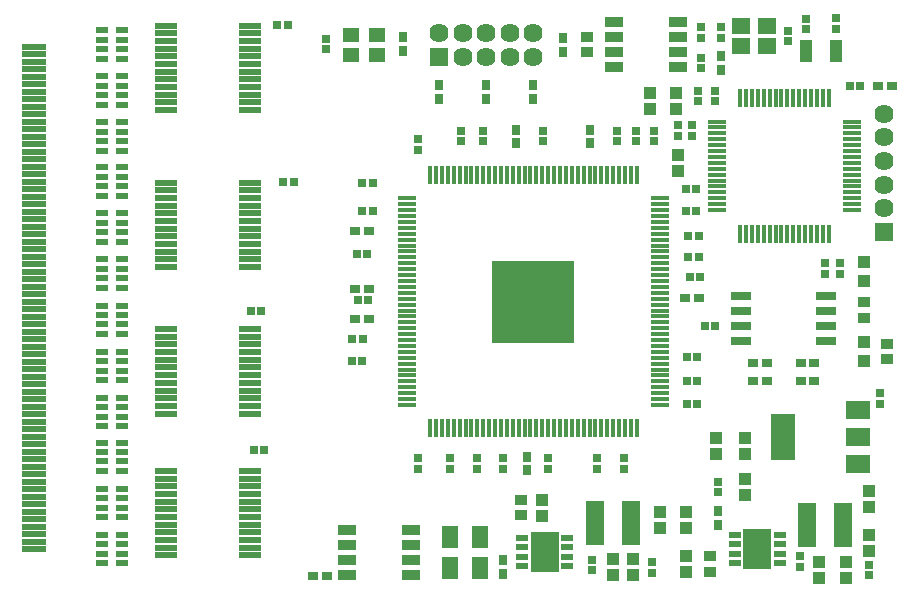
<source format=gts>
G04*
G04 #@! TF.GenerationSoftware,Altium Limited,Altium Designer,21.6.4 (81)*
G04*
G04 Layer_Color=8388736*
%FSLAX44Y44*%
%MOMM*%
G71*
G04*
G04 #@! TF.SameCoordinates,6F4435E8-1246-4E1E-919F-4622FBB0EAFB*
G04*
G04*
G04 #@! TF.FilePolarity,Negative*
G04*
G01*
G75*
%ADD41R,6.9700X6.9700*%
%ADD42R,0.4000X1.5750*%
%ADD43R,1.5750X0.4000*%
%ADD44R,1.1200X1.0200*%
%ADD45R,0.8700X0.7200*%
%ADD46R,1.7700X0.7700*%
%ADD47R,0.7600X0.7200*%
%ADD48R,1.6450X0.8200*%
%ADD49R,0.7200X0.7600*%
%ADD50R,2.1200X1.6200*%
%ADD51R,2.1200X3.9200*%
%ADD52R,0.7200X0.8700*%
%ADD53R,1.6200X3.7200*%
%ADD54R,1.0700X0.4700*%
%ADD55R,2.4200X3.3500*%
%ADD56R,1.0700X0.9700*%
%ADD57R,1.3500X1.9200*%
%ADD58R,1.0200X0.5700*%
%ADD59R,1.9200X0.5700*%
%ADD60R,1.1200X1.9200*%
%ADD61R,1.0700X1.0200*%
%ADD62R,2.1200X0.5000*%
%ADD63R,1.4200X1.2200*%
%ADD64R,1.5200X1.3200*%
%ADD65C,1.6200*%
%ADD66R,1.6200X1.6200*%
D41*
X635500Y467000D02*
D03*
D42*
X723000Y574380D02*
D03*
X718000D02*
D03*
X713000D02*
D03*
X708000D02*
D03*
X703000D02*
D03*
X698000D02*
D03*
X693000D02*
D03*
X683000D02*
D03*
X678000D02*
D03*
X673000D02*
D03*
X653000D02*
D03*
X648000D02*
D03*
X643000D02*
D03*
X688000D02*
D03*
X633000D02*
D03*
X638000D02*
D03*
X623000D02*
D03*
X628000D02*
D03*
X618000D02*
D03*
X613000D02*
D03*
X608000D02*
D03*
X668000D02*
D03*
X663000D02*
D03*
X658000D02*
D03*
X603000D02*
D03*
X598000D02*
D03*
X593000D02*
D03*
X588000D02*
D03*
X583000D02*
D03*
X578000D02*
D03*
X573000D02*
D03*
X568000D02*
D03*
X563000D02*
D03*
X558000D02*
D03*
X553000D02*
D03*
X548000D02*
D03*
X723000Y359620D02*
D03*
X718000D02*
D03*
X713000D02*
D03*
X708000D02*
D03*
X703000D02*
D03*
X698000D02*
D03*
X693000D02*
D03*
X688000D02*
D03*
X683000D02*
D03*
X678000D02*
D03*
X673000D02*
D03*
X668000D02*
D03*
X663000D02*
D03*
X658000D02*
D03*
X653000D02*
D03*
X648000D02*
D03*
X638000D02*
D03*
X643000D02*
D03*
X633000D02*
D03*
X628000D02*
D03*
X623000D02*
D03*
X618000D02*
D03*
X613000D02*
D03*
X608000D02*
D03*
X603000D02*
D03*
X598000D02*
D03*
X593000D02*
D03*
X588000D02*
D03*
X583000D02*
D03*
X578000D02*
D03*
X573000D02*
D03*
X568000D02*
D03*
X563000D02*
D03*
X558000D02*
D03*
X553000D02*
D03*
X548000D02*
D03*
X885500Y524620D02*
D03*
X880500D02*
D03*
X875500D02*
D03*
X870500D02*
D03*
X865500D02*
D03*
X860500D02*
D03*
X855500D02*
D03*
X850500D02*
D03*
X845500D02*
D03*
X840500D02*
D03*
X835500D02*
D03*
X830500D02*
D03*
X825500D02*
D03*
X820500D02*
D03*
X815500D02*
D03*
X810500D02*
D03*
Y639380D02*
D03*
X815500D02*
D03*
X820500D02*
D03*
X825500D02*
D03*
X830500D02*
D03*
X835500D02*
D03*
X840500D02*
D03*
X845500D02*
D03*
X850500D02*
D03*
X855500D02*
D03*
X860500D02*
D03*
X865500D02*
D03*
X870500D02*
D03*
X875500D02*
D03*
X880500D02*
D03*
X885500D02*
D03*
D43*
X528120Y379500D02*
D03*
Y384500D02*
D03*
Y389500D02*
D03*
Y394500D02*
D03*
Y399500D02*
D03*
Y404500D02*
D03*
Y409500D02*
D03*
Y414500D02*
D03*
Y419500D02*
D03*
Y424500D02*
D03*
Y429500D02*
D03*
Y434500D02*
D03*
Y439500D02*
D03*
Y444500D02*
D03*
Y449500D02*
D03*
Y454500D02*
D03*
Y459500D02*
D03*
Y464500D02*
D03*
Y469500D02*
D03*
Y474500D02*
D03*
Y479500D02*
D03*
Y484500D02*
D03*
Y489500D02*
D03*
Y494500D02*
D03*
Y499500D02*
D03*
Y504500D02*
D03*
Y509500D02*
D03*
Y514500D02*
D03*
Y519500D02*
D03*
Y524500D02*
D03*
Y529500D02*
D03*
Y534500D02*
D03*
Y539500D02*
D03*
Y544500D02*
D03*
Y549500D02*
D03*
Y554500D02*
D03*
X742880Y379500D02*
D03*
Y384500D02*
D03*
Y389500D02*
D03*
Y394500D02*
D03*
Y399500D02*
D03*
Y404500D02*
D03*
Y409500D02*
D03*
Y414500D02*
D03*
Y419500D02*
D03*
Y424500D02*
D03*
Y429500D02*
D03*
Y434500D02*
D03*
Y439500D02*
D03*
Y444500D02*
D03*
Y449500D02*
D03*
Y479500D02*
D03*
Y454500D02*
D03*
Y524500D02*
D03*
Y459500D02*
D03*
Y464500D02*
D03*
Y489500D02*
D03*
Y534500D02*
D03*
Y469500D02*
D03*
Y474500D02*
D03*
Y529500D02*
D03*
Y484500D02*
D03*
Y539500D02*
D03*
Y494500D02*
D03*
Y499500D02*
D03*
Y504500D02*
D03*
Y509500D02*
D03*
Y514500D02*
D03*
Y519500D02*
D03*
Y544500D02*
D03*
Y549500D02*
D03*
Y554500D02*
D03*
X790620Y599500D02*
D03*
Y589500D02*
D03*
Y594500D02*
D03*
Y604500D02*
D03*
X905380Y619500D02*
D03*
Y614500D02*
D03*
Y609500D02*
D03*
Y604500D02*
D03*
Y599500D02*
D03*
Y594500D02*
D03*
Y589500D02*
D03*
Y584500D02*
D03*
Y579500D02*
D03*
Y574500D02*
D03*
Y569500D02*
D03*
Y564500D02*
D03*
Y559500D02*
D03*
Y554500D02*
D03*
Y549500D02*
D03*
Y544500D02*
D03*
X790620D02*
D03*
Y549500D02*
D03*
Y554500D02*
D03*
Y559500D02*
D03*
Y564500D02*
D03*
Y569500D02*
D03*
Y574500D02*
D03*
Y579500D02*
D03*
Y584500D02*
D03*
Y609500D02*
D03*
Y614500D02*
D03*
Y619500D02*
D03*
D44*
X756000Y643750D02*
D03*
Y630250D02*
D03*
X877500Y246750D02*
D03*
Y233250D02*
D03*
X900000Y246750D02*
D03*
Y233250D02*
D03*
X720000Y249250D02*
D03*
Y235750D02*
D03*
X702500Y249250D02*
D03*
Y235750D02*
D03*
X642500Y299250D02*
D03*
Y285750D02*
D03*
X790000Y338250D02*
D03*
Y351750D02*
D03*
X765000Y238250D02*
D03*
Y251750D02*
D03*
X758000Y577250D02*
D03*
Y590750D02*
D03*
X734000Y630250D02*
D03*
Y643750D02*
D03*
X765000Y288750D02*
D03*
Y275250D02*
D03*
X742500Y289250D02*
D03*
Y275750D02*
D03*
X815000Y338250D02*
D03*
Y351750D02*
D03*
X920000Y255750D02*
D03*
Y269250D02*
D03*
Y306750D02*
D03*
Y293250D02*
D03*
X815000Y303250D02*
D03*
Y316750D02*
D03*
D45*
X821750Y415000D02*
D03*
X833250D02*
D03*
X873250D02*
D03*
X861750D02*
D03*
X873250Y400000D02*
D03*
X861750D02*
D03*
X821750D02*
D03*
X833250D02*
D03*
X764250Y470000D02*
D03*
X775750D02*
D03*
X460750Y235000D02*
D03*
X449250D02*
D03*
X927250Y650000D02*
D03*
X938750D02*
D03*
X484750Y478000D02*
D03*
X496250D02*
D03*
X484750Y452000D02*
D03*
X496250D02*
D03*
Y527000D02*
D03*
X484750D02*
D03*
D46*
X883500Y471550D02*
D03*
Y458850D02*
D03*
Y446150D02*
D03*
Y433450D02*
D03*
X811500D02*
D03*
Y446150D02*
D03*
Y458850D02*
D03*
Y471550D02*
D03*
D47*
X460000Y689400D02*
D03*
Y680600D02*
D03*
X929000Y389400D02*
D03*
Y380600D02*
D03*
X920000Y244400D02*
D03*
Y235600D02*
D03*
X861000Y242600D02*
D03*
Y251400D02*
D03*
X685000Y239600D02*
D03*
Y248400D02*
D03*
X736000Y246400D02*
D03*
Y237600D02*
D03*
X706000Y611400D02*
D03*
Y602600D02*
D03*
X574000Y611400D02*
D03*
Y602600D02*
D03*
X644000Y611400D02*
D03*
Y602600D02*
D03*
X794000Y690600D02*
D03*
Y699400D02*
D03*
X851000Y696400D02*
D03*
Y687600D02*
D03*
X866000Y697600D02*
D03*
Y706400D02*
D03*
X892000Y698000D02*
D03*
Y706800D02*
D03*
X882000Y499400D02*
D03*
Y490600D02*
D03*
X758000Y607600D02*
D03*
Y616400D02*
D03*
X775000Y636600D02*
D03*
Y645400D02*
D03*
X712000Y334400D02*
D03*
Y325600D02*
D03*
X565000Y334400D02*
D03*
Y325600D02*
D03*
X538000Y595600D02*
D03*
Y604400D02*
D03*
X722000Y602600D02*
D03*
Y611400D02*
D03*
X537500Y334400D02*
D03*
Y325600D02*
D03*
X738000Y602600D02*
D03*
Y611400D02*
D03*
X647500Y334400D02*
D03*
Y325600D02*
D03*
X587500Y334400D02*
D03*
Y325600D02*
D03*
X593000Y602600D02*
D03*
Y611400D02*
D03*
X689000Y334400D02*
D03*
Y325600D02*
D03*
X610000Y334400D02*
D03*
Y325600D02*
D03*
X777000Y690600D02*
D03*
Y699400D02*
D03*
X792000Y314400D02*
D03*
Y305600D02*
D03*
X770000Y607600D02*
D03*
Y616400D02*
D03*
X895000Y499400D02*
D03*
Y490600D02*
D03*
X789000Y636600D02*
D03*
Y645400D02*
D03*
X777000Y673400D02*
D03*
Y664600D02*
D03*
D48*
X477880Y274050D02*
D03*
Y261350D02*
D03*
Y248650D02*
D03*
Y235950D02*
D03*
X532120D02*
D03*
Y248650D02*
D03*
Y261350D02*
D03*
Y274050D02*
D03*
X703380Y703550D02*
D03*
Y690850D02*
D03*
Y678150D02*
D03*
Y665450D02*
D03*
X757620D02*
D03*
Y678150D02*
D03*
Y690850D02*
D03*
Y703550D02*
D03*
D49*
X490600Y544000D02*
D03*
X499400D02*
D03*
X774400Y420000D02*
D03*
X765600D02*
D03*
X775400Y523000D02*
D03*
X766600D02*
D03*
X773400Y562000D02*
D03*
X764600D02*
D03*
X789400Y446000D02*
D03*
X780600D02*
D03*
X765600Y380000D02*
D03*
X774400D02*
D03*
X499400Y567500D02*
D03*
X490600D02*
D03*
X768100Y487500D02*
D03*
X776900D02*
D03*
X490400Y417000D02*
D03*
X481600D02*
D03*
X495400Y468000D02*
D03*
X486600D02*
D03*
X494900Y507000D02*
D03*
X486100D02*
D03*
X766600Y505000D02*
D03*
X775400D02*
D03*
X765600Y400000D02*
D03*
X774400D02*
D03*
X490900Y435000D02*
D03*
X482100D02*
D03*
X773400Y544000D02*
D03*
X764600D02*
D03*
X903600Y650000D02*
D03*
X912400D02*
D03*
X407400Y341000D02*
D03*
X398600D02*
D03*
X405000Y459000D02*
D03*
X396200D02*
D03*
X423600Y568000D02*
D03*
X432400D02*
D03*
X418600Y701000D02*
D03*
X427400D02*
D03*
D50*
X910000Y329500D02*
D03*
Y352500D02*
D03*
Y375500D02*
D03*
D51*
X847000Y352500D02*
D03*
D52*
X792000Y278250D02*
D03*
Y289750D02*
D03*
X610000Y236750D02*
D03*
Y248250D02*
D03*
X794000Y663250D02*
D03*
Y674750D02*
D03*
X630000Y324250D02*
D03*
Y335750D02*
D03*
X620500Y612750D02*
D03*
Y601250D02*
D03*
X660500Y690250D02*
D03*
Y678750D02*
D03*
X635500Y650250D02*
D03*
Y638750D02*
D03*
X595500Y650250D02*
D03*
Y638750D02*
D03*
X555500D02*
D03*
Y650250D02*
D03*
X683000Y612750D02*
D03*
Y601250D02*
D03*
X525000Y690750D02*
D03*
Y679250D02*
D03*
D53*
X897750Y277500D02*
D03*
X867250D02*
D03*
X687250Y280000D02*
D03*
X717750D02*
D03*
D54*
X806000Y269500D02*
D03*
Y261500D02*
D03*
Y253500D02*
D03*
Y245500D02*
D03*
X844000D02*
D03*
Y253500D02*
D03*
Y261500D02*
D03*
Y269500D02*
D03*
X626000Y267000D02*
D03*
Y259000D02*
D03*
Y251000D02*
D03*
Y243000D02*
D03*
X664000D02*
D03*
Y251000D02*
D03*
Y259000D02*
D03*
Y267000D02*
D03*
D55*
X825000Y257500D02*
D03*
X645000Y255000D02*
D03*
D56*
X785000Y251500D02*
D03*
Y238500D02*
D03*
X625000Y299000D02*
D03*
Y286000D02*
D03*
X915000Y466500D02*
D03*
Y453500D02*
D03*
X935000Y431500D02*
D03*
Y418500D02*
D03*
X680500Y678000D02*
D03*
Y691000D02*
D03*
D57*
X565000Y241900D02*
D03*
Y268100D02*
D03*
X590000Y241900D02*
D03*
Y268100D02*
D03*
D58*
X287200Y253700D02*
D03*
Y245700D02*
D03*
Y269700D02*
D03*
Y261700D02*
D03*
X270200D02*
D03*
Y269700D02*
D03*
Y245700D02*
D03*
Y253700D02*
D03*
Y292700D02*
D03*
Y284700D02*
D03*
Y308700D02*
D03*
Y300700D02*
D03*
X287200D02*
D03*
Y308700D02*
D03*
Y284700D02*
D03*
Y292700D02*
D03*
X270200Y331700D02*
D03*
Y323700D02*
D03*
Y347700D02*
D03*
Y339700D02*
D03*
X287200D02*
D03*
Y347700D02*
D03*
Y323700D02*
D03*
Y331700D02*
D03*
X270200Y369700D02*
D03*
Y361700D02*
D03*
Y385700D02*
D03*
Y377700D02*
D03*
X287200D02*
D03*
Y385700D02*
D03*
Y361700D02*
D03*
Y369700D02*
D03*
X270200Y408700D02*
D03*
Y400700D02*
D03*
Y424700D02*
D03*
Y416700D02*
D03*
X287200D02*
D03*
Y424700D02*
D03*
Y400700D02*
D03*
Y408700D02*
D03*
X270200Y447700D02*
D03*
Y439700D02*
D03*
Y463700D02*
D03*
Y455700D02*
D03*
X287200D02*
D03*
Y463700D02*
D03*
Y439700D02*
D03*
Y447700D02*
D03*
X270200Y486700D02*
D03*
Y478700D02*
D03*
Y502700D02*
D03*
Y494700D02*
D03*
X287200D02*
D03*
Y502700D02*
D03*
Y478700D02*
D03*
Y486700D02*
D03*
X270200Y525700D02*
D03*
Y517700D02*
D03*
Y541700D02*
D03*
Y533700D02*
D03*
X287200D02*
D03*
Y541700D02*
D03*
Y517700D02*
D03*
Y525700D02*
D03*
X270200Y564700D02*
D03*
Y556700D02*
D03*
Y580700D02*
D03*
Y572700D02*
D03*
X287200D02*
D03*
Y580700D02*
D03*
Y556700D02*
D03*
Y564700D02*
D03*
X270200Y602700D02*
D03*
Y594700D02*
D03*
Y618700D02*
D03*
Y610700D02*
D03*
X287200D02*
D03*
Y618700D02*
D03*
Y594700D02*
D03*
Y602700D02*
D03*
X270200Y641700D02*
D03*
Y633700D02*
D03*
Y657700D02*
D03*
Y649700D02*
D03*
X287200D02*
D03*
Y657700D02*
D03*
Y633700D02*
D03*
Y641700D02*
D03*
X270200Y680700D02*
D03*
Y672700D02*
D03*
Y696700D02*
D03*
Y688700D02*
D03*
X287200D02*
D03*
Y696700D02*
D03*
Y672700D02*
D03*
Y680700D02*
D03*
D59*
X324500Y443750D02*
D03*
Y437250D02*
D03*
Y430750D02*
D03*
Y424250D02*
D03*
Y417750D02*
D03*
Y411250D02*
D03*
Y404750D02*
D03*
Y398250D02*
D03*
Y391750D02*
D03*
Y385250D02*
D03*
Y378750D02*
D03*
Y372250D02*
D03*
X395500D02*
D03*
Y378750D02*
D03*
Y385250D02*
D03*
Y391750D02*
D03*
Y398250D02*
D03*
Y404750D02*
D03*
Y411250D02*
D03*
Y417750D02*
D03*
Y424250D02*
D03*
Y430750D02*
D03*
Y437250D02*
D03*
Y443750D02*
D03*
Y567750D02*
D03*
Y561250D02*
D03*
Y554750D02*
D03*
Y548250D02*
D03*
Y541750D02*
D03*
Y535250D02*
D03*
Y528750D02*
D03*
Y522250D02*
D03*
Y515750D02*
D03*
Y509250D02*
D03*
Y502750D02*
D03*
Y496250D02*
D03*
X324500D02*
D03*
Y502750D02*
D03*
Y509250D02*
D03*
Y515750D02*
D03*
Y522250D02*
D03*
Y528750D02*
D03*
Y535250D02*
D03*
Y541750D02*
D03*
Y548250D02*
D03*
Y554750D02*
D03*
Y561250D02*
D03*
Y567750D02*
D03*
X395500Y700750D02*
D03*
Y694250D02*
D03*
Y687750D02*
D03*
Y681250D02*
D03*
Y674750D02*
D03*
Y668250D02*
D03*
Y661750D02*
D03*
Y655250D02*
D03*
Y648750D02*
D03*
Y642250D02*
D03*
Y635750D02*
D03*
Y629250D02*
D03*
X324500D02*
D03*
Y635750D02*
D03*
Y642250D02*
D03*
Y648750D02*
D03*
Y655250D02*
D03*
Y661750D02*
D03*
Y668250D02*
D03*
Y674750D02*
D03*
Y681250D02*
D03*
Y687750D02*
D03*
Y694250D02*
D03*
Y700750D02*
D03*
X395500Y323750D02*
D03*
Y317250D02*
D03*
Y310750D02*
D03*
Y304250D02*
D03*
Y297750D02*
D03*
Y291250D02*
D03*
Y284750D02*
D03*
Y278250D02*
D03*
Y271750D02*
D03*
Y265250D02*
D03*
Y258750D02*
D03*
Y252250D02*
D03*
X324500D02*
D03*
Y258750D02*
D03*
Y265250D02*
D03*
Y271750D02*
D03*
Y278250D02*
D03*
Y284750D02*
D03*
Y291250D02*
D03*
Y297750D02*
D03*
Y304250D02*
D03*
Y310750D02*
D03*
Y317250D02*
D03*
Y323750D02*
D03*
D60*
X866500Y679000D02*
D03*
X891500D02*
D03*
D61*
X915000Y484500D02*
D03*
Y500500D02*
D03*
Y433000D02*
D03*
Y417000D02*
D03*
D62*
X213000Y644625D02*
D03*
Y638275D02*
D03*
Y631925D02*
D03*
Y625575D02*
D03*
Y682725D02*
D03*
Y670025D02*
D03*
Y657325D02*
D03*
Y619225D02*
D03*
Y606525D02*
D03*
Y593825D02*
D03*
Y581125D02*
D03*
Y568425D02*
D03*
Y555725D02*
D03*
Y543025D02*
D03*
Y530325D02*
D03*
Y517625D02*
D03*
Y504925D02*
D03*
Y492225D02*
D03*
Y479525D02*
D03*
Y466825D02*
D03*
Y454125D02*
D03*
Y441425D02*
D03*
Y428725D02*
D03*
Y416025D02*
D03*
Y403325D02*
D03*
Y390625D02*
D03*
Y377925D02*
D03*
Y365225D02*
D03*
Y352525D02*
D03*
Y339825D02*
D03*
Y327125D02*
D03*
Y314425D02*
D03*
Y301725D02*
D03*
Y289025D02*
D03*
Y276325D02*
D03*
Y263625D02*
D03*
Y676375D02*
D03*
Y663675D02*
D03*
Y650975D02*
D03*
Y612875D02*
D03*
Y600175D02*
D03*
Y587475D02*
D03*
Y574775D02*
D03*
Y562075D02*
D03*
Y549375D02*
D03*
Y536675D02*
D03*
Y523975D02*
D03*
Y511275D02*
D03*
Y498575D02*
D03*
Y485875D02*
D03*
Y473175D02*
D03*
Y460475D02*
D03*
Y447775D02*
D03*
Y435075D02*
D03*
Y422375D02*
D03*
Y409675D02*
D03*
Y396975D02*
D03*
Y384275D02*
D03*
Y371575D02*
D03*
Y358875D02*
D03*
Y346175D02*
D03*
Y333475D02*
D03*
Y320775D02*
D03*
Y308075D02*
D03*
Y295375D02*
D03*
Y282675D02*
D03*
Y269975D02*
D03*
Y257275D02*
D03*
D63*
X481000Y676000D02*
D03*
Y693000D02*
D03*
X503000Y676000D02*
D03*
Y693000D02*
D03*
D64*
X811000Y700500D02*
D03*
X833000D02*
D03*
Y683500D02*
D03*
X811000D02*
D03*
D65*
X932000Y566000D02*
D03*
Y546000D02*
D03*
Y626000D02*
D03*
Y606000D02*
D03*
Y586000D02*
D03*
X555500Y694500D02*
D03*
X575500Y674500D02*
D03*
Y694500D02*
D03*
X595500Y674500D02*
D03*
Y694500D02*
D03*
X615500Y674500D02*
D03*
Y694500D02*
D03*
X635500Y674500D02*
D03*
Y694500D02*
D03*
D66*
X932000Y526000D02*
D03*
X555500Y674500D02*
D03*
M02*

</source>
